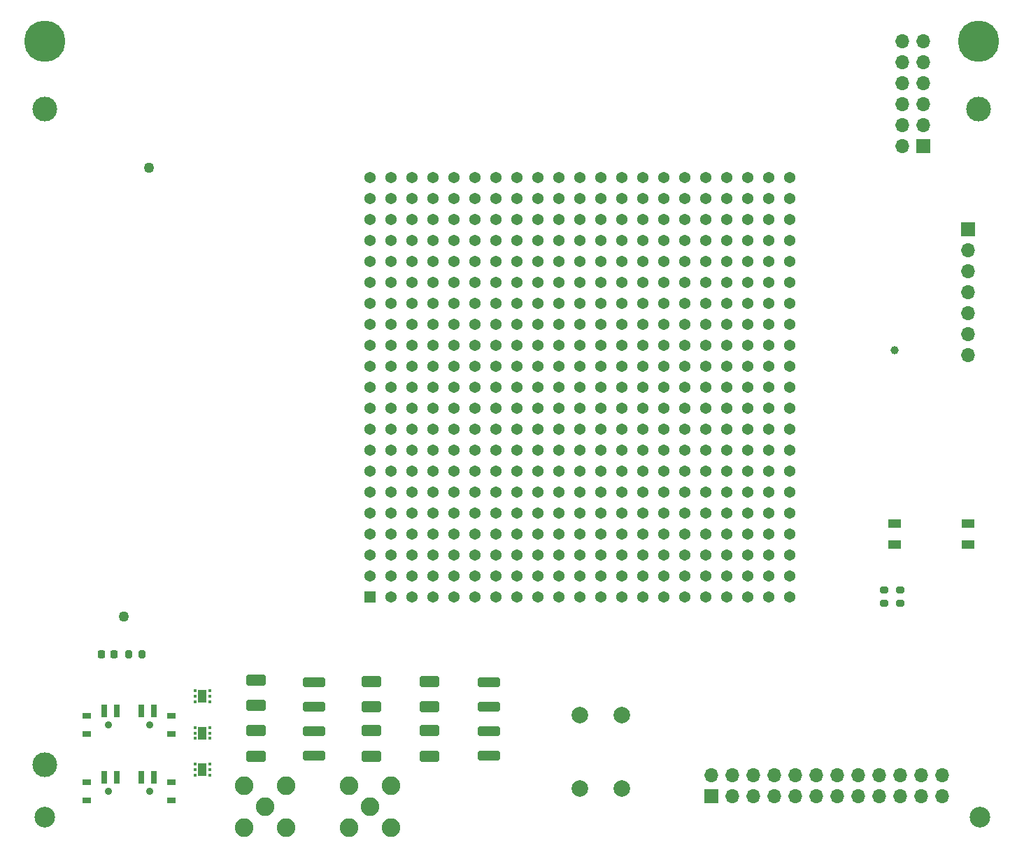
<source format=gbr>
G04 #@! TF.GenerationSoftware,KiCad,Pcbnew,(6.0.9-0)*
G04 #@! TF.CreationDate,2023-01-13T15:28:51-08:00*
G04 #@! TF.ProjectId,ember-pcb,656d6265-722d-4706-9362-2e6b69636164,rev?*
G04 #@! TF.SameCoordinates,Original*
G04 #@! TF.FileFunction,Soldermask,Top*
G04 #@! TF.FilePolarity,Negative*
%FSLAX46Y46*%
G04 Gerber Fmt 4.6, Leading zero omitted, Abs format (unit mm)*
G04 Created by KiCad (PCBNEW (6.0.9-0)) date 2023-01-13 15:28:51*
%MOMM*%
%LPD*%
G01*
G04 APERTURE LIST*
G04 Aperture macros list*
%AMRoundRect*
0 Rectangle with rounded corners*
0 $1 Rounding radius*
0 $2 $3 $4 $5 $6 $7 $8 $9 X,Y pos of 4 corners*
0 Add a 4 corners polygon primitive as box body*
4,1,4,$2,$3,$4,$5,$6,$7,$8,$9,$2,$3,0*
0 Add four circle primitives for the rounded corners*
1,1,$1+$1,$2,$3*
1,1,$1+$1,$4,$5*
1,1,$1+$1,$6,$7*
1,1,$1+$1,$8,$9*
0 Add four rect primitives between the rounded corners*
20,1,$1+$1,$2,$3,$4,$5,0*
20,1,$1+$1,$4,$5,$6,$7,0*
20,1,$1+$1,$6,$7,$8,$9,0*
20,1,$1+$1,$8,$9,$2,$3,0*%
G04 Aperture macros list end*
%ADD10C,2.500000*%
%ADD11RoundRect,0.200000X-0.275000X0.200000X-0.275000X-0.200000X0.275000X-0.200000X0.275000X0.200000X0*%
%ADD12C,3.000000*%
%ADD13R,1.000000X0.800000*%
%ADD14C,0.900000*%
%ADD15R,0.700000X1.500000*%
%ADD16C,1.000000*%
%ADD17C,5.000000*%
%ADD18RoundRect,0.250000X0.925000X-0.412500X0.925000X0.412500X-0.925000X0.412500X-0.925000X-0.412500X0*%
%ADD19R,1.700000X1.700000*%
%ADD20O,1.700000X1.700000*%
%ADD21C,2.000000*%
%ADD22RoundRect,0.250000X-0.925000X0.412500X-0.925000X-0.412500X0.925000X-0.412500X0.925000X0.412500X0*%
%ADD23C,2.250000*%
%ADD24RoundRect,0.200000X-0.200000X-0.275000X0.200000X-0.275000X0.200000X0.275000X-0.200000X0.275000X0*%
%ADD25RoundRect,0.250000X-1.100000X0.325000X-1.100000X-0.325000X1.100000X-0.325000X1.100000X0.325000X0*%
%ADD26RoundRect,0.093750X-0.093750X-0.106250X0.093750X-0.106250X0.093750X0.106250X-0.093750X0.106250X0*%
%ADD27R,1.000000X1.600000*%
%ADD28RoundRect,0.250000X1.100000X-0.325000X1.100000X0.325000X-1.100000X0.325000X-1.100000X-0.325000X0*%
%ADD29RoundRect,0.218750X-0.218750X-0.256250X0.218750X-0.256250X0.218750X0.256250X-0.218750X0.256250X0*%
%ADD30R,1.368000X1.368000*%
%ADD31C,1.368000*%
%ADD32R,1.500000X1.100000*%
%ADD33C,1.270000*%
G04 APERTURE END LIST*
D10*
G04 #@! TO.C,H3*
X185577000Y-144990000D03*
G04 #@! TD*
D11*
G04 #@! TO.C,R2*
X174020000Y-117495000D03*
X174020000Y-119145000D03*
G04 #@! TD*
D12*
G04 #@! TO.C,FID1*
X72420000Y-59265000D03*
G04 #@! TD*
D13*
G04 #@! TO.C,SW3*
X87735000Y-143030000D03*
D14*
X80085000Y-141930000D03*
X85085000Y-141930000D03*
D13*
X77435000Y-143030000D03*
X87735000Y-140820000D03*
X77435000Y-140820000D03*
D15*
X79585000Y-140170000D03*
X81085000Y-140170000D03*
X84085000Y-140170000D03*
X85585000Y-140170000D03*
G04 #@! TD*
D16*
G04 #@! TO.C,TP1*
X175290000Y-88475000D03*
G04 #@! TD*
D17*
G04 #@! TO.C,H1*
X72420000Y-51010000D03*
G04 #@! TD*
D18*
G04 #@! TO.C,C8*
X111940000Y-137632500D03*
X111940000Y-134557500D03*
G04 #@! TD*
D19*
G04 #@! TO.C,J4*
X153060000Y-142455000D03*
D20*
X153060000Y-139915000D03*
X155600000Y-142455000D03*
X155600000Y-139915000D03*
X158140000Y-142455000D03*
X158140000Y-139915000D03*
X160680000Y-142455000D03*
X160680000Y-139915000D03*
X163220000Y-142455000D03*
X163220000Y-139915000D03*
X165760000Y-142455000D03*
X165760000Y-139915000D03*
X168300000Y-142455000D03*
X168300000Y-139915000D03*
X170840000Y-142455000D03*
X170840000Y-139915000D03*
X173380000Y-142455000D03*
X173380000Y-139915000D03*
X175920000Y-142455000D03*
X175920000Y-139915000D03*
X178460000Y-142455000D03*
X178460000Y-139915000D03*
X181000000Y-142455000D03*
X181000000Y-139915000D03*
G04 #@! TD*
D12*
G04 #@! TO.C,FID2*
X185450000Y-59265000D03*
G04 #@! TD*
D21*
G04 #@! TO.C,FB1*
X137165000Y-132710000D03*
X142245000Y-132710000D03*
G04 #@! TD*
D19*
G04 #@! TO.C,J5*
X184180000Y-73865000D03*
D20*
X184180000Y-76405000D03*
X184180000Y-78945000D03*
X184180000Y-81485000D03*
X184180000Y-84025000D03*
X184180000Y-86565000D03*
X184180000Y-89105000D03*
G04 #@! TD*
D21*
G04 #@! TO.C,FB2*
X137165000Y-141600000D03*
X142245000Y-141600000D03*
G04 #@! TD*
D22*
G04 #@! TO.C,C3*
X111940000Y-128612500D03*
X111940000Y-131687500D03*
G04 #@! TD*
D10*
G04 #@! TO.C,H4*
X72420000Y-144990000D03*
G04 #@! TD*
D23*
G04 #@! TO.C,J6*
X99065000Y-143720000D03*
X101605000Y-146260000D03*
X96525000Y-141180000D03*
X96525000Y-146260000D03*
X101605000Y-141180000D03*
G04 #@! TD*
D22*
G04 #@! TO.C,C1*
X97970000Y-128437500D03*
X97970000Y-131512500D03*
G04 #@! TD*
D24*
G04 #@! TO.C,R1*
X82532742Y-125305000D03*
X84182742Y-125305000D03*
G04 #@! TD*
D18*
G04 #@! TO.C,C6*
X97965000Y-137632500D03*
X97965000Y-134557500D03*
G04 #@! TD*
D25*
G04 #@! TO.C,C2*
X104955000Y-128675000D03*
X104955000Y-131625000D03*
G04 #@! TD*
G04 #@! TO.C,C5*
X126140000Y-128675000D03*
X126140000Y-131625000D03*
G04 #@! TD*
D12*
G04 #@! TO.C,FID3*
X72420000Y-138640000D03*
G04 #@! TD*
D22*
G04 #@! TO.C,C4*
X118925000Y-128612500D03*
X118925000Y-131687500D03*
G04 #@! TD*
D18*
G04 #@! TO.C,C9*
X118925000Y-137632500D03*
X118925000Y-134557500D03*
G04 #@! TD*
D26*
G04 #@! TO.C,U4*
X90587500Y-138635000D03*
X90587500Y-139285000D03*
X90587500Y-139935000D03*
X92362500Y-139935000D03*
X92362500Y-139285000D03*
X92362500Y-138635000D03*
D27*
X91475000Y-139285000D03*
G04 #@! TD*
D28*
G04 #@! TO.C,C10*
X126140000Y-137570000D03*
X126140000Y-134620000D03*
G04 #@! TD*
D19*
G04 #@! TO.C,J2*
X178719000Y-63710000D03*
D20*
X176179000Y-63710000D03*
X178719000Y-61170000D03*
X176179000Y-61170000D03*
X178719000Y-58630000D03*
X176179000Y-58630000D03*
X178719000Y-56090000D03*
X176179000Y-56090000D03*
X178719000Y-53550000D03*
X176179000Y-53550000D03*
X178719000Y-51010000D03*
X176179000Y-51010000D03*
G04 #@! TD*
D11*
G04 #@! TO.C,R3*
X175925000Y-117495000D03*
X175925000Y-119145000D03*
G04 #@! TD*
D13*
G04 #@! TO.C,SW1*
X77435000Y-134985000D03*
X77435000Y-132775000D03*
X87735000Y-134985000D03*
D14*
X80085000Y-133885000D03*
X85085000Y-133885000D03*
D13*
X87735000Y-132775000D03*
D15*
X79585000Y-132125000D03*
X81085000Y-132125000D03*
X84085000Y-132125000D03*
X85585000Y-132125000D03*
G04 #@! TD*
D23*
G04 #@! TO.C,J3*
X111765000Y-143720000D03*
X114305000Y-141180000D03*
X114305000Y-146260000D03*
X109225000Y-141180000D03*
X109225000Y-146260000D03*
G04 #@! TD*
D29*
G04 #@! TO.C,D1*
X79205242Y-125305000D03*
X80780242Y-125305000D03*
G04 #@! TD*
D30*
G04 #@! TO.C,U1*
X111790000Y-118320000D03*
D31*
X114330000Y-118320000D03*
X116870000Y-118320000D03*
X119410000Y-118320000D03*
X121950000Y-118320000D03*
X124490000Y-118320000D03*
X127030000Y-118320000D03*
X129570000Y-118320000D03*
X132110000Y-118320000D03*
X134650000Y-118320000D03*
X137190000Y-118320000D03*
X139730000Y-118320000D03*
X142270000Y-118320000D03*
X144810000Y-118320000D03*
X147350000Y-118320000D03*
X149890000Y-118320000D03*
X152430000Y-118320000D03*
X154970000Y-118320000D03*
X157510000Y-118320000D03*
X160050000Y-118320000D03*
X162590000Y-118320000D03*
X111790000Y-115780000D03*
X114330000Y-115780000D03*
X116870000Y-115780000D03*
X119410000Y-115780000D03*
X121950000Y-115780000D03*
X124490000Y-115780000D03*
X127030000Y-115780000D03*
X129570000Y-115780000D03*
X132110000Y-115780000D03*
X134650000Y-115780000D03*
X137190000Y-115780000D03*
X139730000Y-115780000D03*
X142270000Y-115780000D03*
X144810000Y-115780000D03*
X147350000Y-115780000D03*
X149890000Y-115780000D03*
X152430000Y-115780000D03*
X154970000Y-115780000D03*
X157510000Y-115780000D03*
X160050000Y-115780000D03*
X162590000Y-115780000D03*
X111790000Y-113240000D03*
X114330000Y-113240000D03*
X116870000Y-113240000D03*
X119410000Y-113240000D03*
X121950000Y-113240000D03*
X124490000Y-113240000D03*
X127030000Y-113240000D03*
X129570000Y-113240000D03*
X132110000Y-113240000D03*
X134650000Y-113240000D03*
X137190000Y-113240000D03*
X139730000Y-113240000D03*
X142270000Y-113240000D03*
X144810000Y-113240000D03*
X147350000Y-113240000D03*
X149890000Y-113240000D03*
X152430000Y-113240000D03*
X154970000Y-113240000D03*
X157510000Y-113240000D03*
X160050000Y-113240000D03*
X162590000Y-113240000D03*
X111790000Y-110700000D03*
X114330000Y-110700000D03*
X116870000Y-110700000D03*
X119410000Y-110700000D03*
X121950000Y-110700000D03*
X124490000Y-110700000D03*
X127030000Y-110700000D03*
X129570000Y-110700000D03*
X132110000Y-110700000D03*
X134650000Y-110700000D03*
X137190000Y-110700000D03*
X139730000Y-110700000D03*
X142270000Y-110700000D03*
X144810000Y-110700000D03*
X147350000Y-110700000D03*
X149890000Y-110700000D03*
X152430000Y-110700000D03*
X154970000Y-110700000D03*
X157510000Y-110700000D03*
X160050000Y-110700000D03*
X162590000Y-110700000D03*
X111790000Y-108160000D03*
X114330000Y-108160000D03*
X116870000Y-108160000D03*
X119410000Y-108160000D03*
X121950000Y-108160000D03*
X124490000Y-108160000D03*
X127030000Y-108160000D03*
X129570000Y-108160000D03*
X132110000Y-108160000D03*
X134650000Y-108160000D03*
X137190000Y-108160000D03*
X139730000Y-108160000D03*
X142270000Y-108160000D03*
X144810000Y-108160000D03*
X147350000Y-108160000D03*
X149890000Y-108160000D03*
X152430000Y-108160000D03*
X154970000Y-108160000D03*
X157510000Y-108160000D03*
X160050000Y-108160000D03*
X162590000Y-108160000D03*
X111790000Y-105620000D03*
X114330000Y-105620000D03*
X116870000Y-105620000D03*
X119410000Y-105620000D03*
X121950000Y-105620000D03*
X124490000Y-105620000D03*
X127030000Y-105620000D03*
X129570000Y-105620000D03*
X132110000Y-105620000D03*
X134650000Y-105620000D03*
X137190000Y-105620000D03*
X139730000Y-105620000D03*
X142270000Y-105620000D03*
X144810000Y-105620000D03*
X147350000Y-105620000D03*
X149890000Y-105620000D03*
X152430000Y-105620000D03*
X154970000Y-105620000D03*
X157510000Y-105620000D03*
X160050000Y-105620000D03*
X162590000Y-105620000D03*
X111790000Y-103080000D03*
X114330000Y-103080000D03*
X116870000Y-103080000D03*
X119410000Y-103080000D03*
X121950000Y-103080000D03*
X124490000Y-103080000D03*
X127030000Y-103080000D03*
X129570000Y-103080000D03*
X132110000Y-103080000D03*
X134650000Y-103080000D03*
X137190000Y-103080000D03*
X139730000Y-103080000D03*
X142270000Y-103080000D03*
X144810000Y-103080000D03*
X147350000Y-103080000D03*
X149890000Y-103080000D03*
X152430000Y-103080000D03*
X154970000Y-103080000D03*
X157510000Y-103080000D03*
X160050000Y-103080000D03*
X162590000Y-103080000D03*
X111790000Y-100540000D03*
X114330000Y-100540000D03*
X116870000Y-100540000D03*
X119410000Y-100540000D03*
X121950000Y-100540000D03*
X124490000Y-100540000D03*
X127030000Y-100540000D03*
X129570000Y-100540000D03*
X132110000Y-100540000D03*
X134650000Y-100540000D03*
X137190000Y-100540000D03*
X139730000Y-100540000D03*
X142270000Y-100540000D03*
X144810000Y-100540000D03*
X147350000Y-100540000D03*
X149890000Y-100540000D03*
X152430000Y-100540000D03*
X154970000Y-100540000D03*
X157510000Y-100540000D03*
X160050000Y-100540000D03*
X162590000Y-100540000D03*
X111790000Y-98000000D03*
X114330000Y-98000000D03*
X116870000Y-98000000D03*
X119410000Y-98000000D03*
X121950000Y-98000000D03*
X124490000Y-98000000D03*
X127030000Y-98000000D03*
X129570000Y-98000000D03*
X132110000Y-98000000D03*
X134650000Y-98000000D03*
X137190000Y-98000000D03*
X139730000Y-98000000D03*
X142270000Y-98000000D03*
X144810000Y-98000000D03*
X147350000Y-98000000D03*
X149890000Y-98000000D03*
X152430000Y-98000000D03*
X154970000Y-98000000D03*
X157510000Y-98000000D03*
X160050000Y-98000000D03*
X162590000Y-98000000D03*
X111790000Y-95460000D03*
X114330000Y-95460000D03*
X116870000Y-95460000D03*
X119410000Y-95460000D03*
X121950000Y-95460000D03*
X124490000Y-95460000D03*
X127030000Y-95460000D03*
X129570000Y-95460000D03*
X132110000Y-95460000D03*
X134650000Y-95460000D03*
X137190000Y-95460000D03*
X139730000Y-95460000D03*
X142270000Y-95460000D03*
X144810000Y-95460000D03*
X147350000Y-95460000D03*
X149890000Y-95460000D03*
X152430000Y-95460000D03*
X154970000Y-95460000D03*
X157510000Y-95460000D03*
X160050000Y-95460000D03*
X162590000Y-95460000D03*
X111790000Y-92920000D03*
X114330000Y-92920000D03*
X116870000Y-92920000D03*
X119410000Y-92920000D03*
X121950000Y-92920000D03*
X124490000Y-92920000D03*
X127030000Y-92920000D03*
X129570000Y-92920000D03*
X132110000Y-92920000D03*
X134650000Y-92920000D03*
X137190000Y-92920000D03*
X139730000Y-92920000D03*
X142270000Y-92920000D03*
X144810000Y-92920000D03*
X147350000Y-92920000D03*
X149890000Y-92920000D03*
X152430000Y-92920000D03*
X154970000Y-92920000D03*
X157510000Y-92920000D03*
X160050000Y-92920000D03*
X162590000Y-92920000D03*
X111790000Y-90380000D03*
X114330000Y-90380000D03*
X116870000Y-90380000D03*
X119410000Y-90380000D03*
X121950000Y-90380000D03*
X124490000Y-90380000D03*
X127030000Y-90380000D03*
X129570000Y-90380000D03*
X132110000Y-90380000D03*
X134650000Y-90380000D03*
X137190000Y-90380000D03*
X139730000Y-90380000D03*
X142270000Y-90380000D03*
X144810000Y-90380000D03*
X147350000Y-90380000D03*
X149890000Y-90380000D03*
X152430000Y-90380000D03*
X154970000Y-90380000D03*
X157510000Y-90380000D03*
X160050000Y-90380000D03*
X162590000Y-90380000D03*
X111790000Y-87840000D03*
X114330000Y-87840000D03*
X116870000Y-87840000D03*
X119410000Y-87840000D03*
X121950000Y-87840000D03*
X124490000Y-87840000D03*
X127030000Y-87840000D03*
X129570000Y-87840000D03*
X132110000Y-87840000D03*
X134650000Y-87840000D03*
X137190000Y-87840000D03*
X139730000Y-87840000D03*
X142270000Y-87840000D03*
X144810000Y-87840000D03*
X147350000Y-87840000D03*
X149890000Y-87840000D03*
X152430000Y-87840000D03*
X154970000Y-87840000D03*
X157510000Y-87840000D03*
X160050000Y-87840000D03*
X162590000Y-87840000D03*
X111790000Y-85300000D03*
X114330000Y-85300000D03*
X116870000Y-85300000D03*
X119410000Y-85300000D03*
X121950000Y-85300000D03*
X124490000Y-85300000D03*
X127030000Y-85300000D03*
X129570000Y-85300000D03*
X132110000Y-85300000D03*
X134650000Y-85300000D03*
X137190000Y-85300000D03*
X139730000Y-85300000D03*
X142270000Y-85300000D03*
X144810000Y-85300000D03*
X147350000Y-85300000D03*
X149890000Y-85300000D03*
X152430000Y-85300000D03*
X154970000Y-85300000D03*
X157510000Y-85300000D03*
X160050000Y-85300000D03*
X162590000Y-85300000D03*
X111790000Y-82760000D03*
X114330000Y-82760000D03*
X116870000Y-82760000D03*
X119410000Y-82760000D03*
X121950000Y-82760000D03*
X124490000Y-82760000D03*
X127030000Y-82760000D03*
X129570000Y-82760000D03*
X132110000Y-82760000D03*
X134650000Y-82760000D03*
X137190000Y-82760000D03*
X139730000Y-82760000D03*
X142270000Y-82760000D03*
X144810000Y-82760000D03*
X147350000Y-82760000D03*
X149890000Y-82760000D03*
X152430000Y-82760000D03*
X154970000Y-82760000D03*
X157510000Y-82760000D03*
X160050000Y-82760000D03*
X162590000Y-82760000D03*
X111790000Y-80220000D03*
X114330000Y-80220000D03*
X116870000Y-80220000D03*
X119410000Y-80220000D03*
X121950000Y-80220000D03*
X124490000Y-80220000D03*
X127030000Y-80220000D03*
X129570000Y-80220000D03*
X132110000Y-80220000D03*
X134650000Y-80220000D03*
X137190000Y-80220000D03*
X139730000Y-80220000D03*
X142270000Y-80220000D03*
X144810000Y-80220000D03*
X147350000Y-80220000D03*
X149890000Y-80220000D03*
X152430000Y-80220000D03*
X154970000Y-80220000D03*
X157510000Y-80220000D03*
X160050000Y-80220000D03*
X162590000Y-80220000D03*
X111790000Y-77680000D03*
X114330000Y-77680000D03*
X116870000Y-77680000D03*
X119410000Y-77680000D03*
X121950000Y-77680000D03*
X124490000Y-77680000D03*
X127030000Y-77680000D03*
X129570000Y-77680000D03*
X132110000Y-77680000D03*
X134650000Y-77680000D03*
X137190000Y-77680000D03*
X139730000Y-77680000D03*
X142270000Y-77680000D03*
X144810000Y-77680000D03*
X147350000Y-77680000D03*
X149890000Y-77680000D03*
X152430000Y-77680000D03*
X154970000Y-77680000D03*
X157510000Y-77680000D03*
X160050000Y-77680000D03*
X162590000Y-77680000D03*
X111790000Y-75140000D03*
X114330000Y-75140000D03*
X116870000Y-75140000D03*
X119410000Y-75140000D03*
X121950000Y-75140000D03*
X124490000Y-75140000D03*
X127030000Y-75140000D03*
X129570000Y-75140000D03*
X132110000Y-75140000D03*
X134650000Y-75140000D03*
X137190000Y-75140000D03*
X139730000Y-75140000D03*
X142270000Y-75140000D03*
X144810000Y-75140000D03*
X147350000Y-75140000D03*
X149890000Y-75140000D03*
X152430000Y-75140000D03*
X154970000Y-75140000D03*
X157510000Y-75140000D03*
X160050000Y-75140000D03*
X162590000Y-75140000D03*
X111790000Y-72600000D03*
X114330000Y-72600000D03*
X116870000Y-72600000D03*
X119410000Y-72600000D03*
X121950000Y-72600000D03*
X124490000Y-72600000D03*
X127030000Y-72600000D03*
X129570000Y-72600000D03*
X132110000Y-72600000D03*
X134650000Y-72600000D03*
X137190000Y-72600000D03*
X139730000Y-72600000D03*
X142270000Y-72600000D03*
X144810000Y-72600000D03*
X147350000Y-72600000D03*
X149890000Y-72600000D03*
X152430000Y-72600000D03*
X154970000Y-72600000D03*
X157510000Y-72600000D03*
X160050000Y-72600000D03*
X162590000Y-72600000D03*
X111790000Y-70060000D03*
X114330000Y-70060000D03*
X116870000Y-70060000D03*
X119410000Y-70060000D03*
X121950000Y-70060000D03*
X124490000Y-70060000D03*
X127030000Y-70060000D03*
X129570000Y-70060000D03*
X132110000Y-70060000D03*
X134650000Y-70060000D03*
X137190000Y-70060000D03*
X139730000Y-70060000D03*
X142270000Y-70060000D03*
X144810000Y-70060000D03*
X147350000Y-70060000D03*
X149890000Y-70060000D03*
X152430000Y-70060000D03*
X154970000Y-70060000D03*
X157510000Y-70060000D03*
X160050000Y-70060000D03*
X162590000Y-70060000D03*
X111790000Y-67520000D03*
X114330000Y-67520000D03*
X116870000Y-67520000D03*
X119410000Y-67520000D03*
X121950000Y-67520000D03*
X124490000Y-67520000D03*
X127030000Y-67520000D03*
X129570000Y-67520000D03*
X132110000Y-67520000D03*
X134650000Y-67520000D03*
X137190000Y-67520000D03*
X139730000Y-67520000D03*
X142270000Y-67520000D03*
X144810000Y-67520000D03*
X147350000Y-67520000D03*
X149890000Y-67520000D03*
X152430000Y-67520000D03*
X154970000Y-67520000D03*
X157510000Y-67520000D03*
X160050000Y-67520000D03*
X162590000Y-67520000D03*
G04 #@! TD*
D26*
G04 #@! TO.C,U2*
X90587500Y-129745000D03*
X90587500Y-130395000D03*
X90587500Y-131045000D03*
X92362500Y-131045000D03*
X92362500Y-130395000D03*
X92362500Y-129745000D03*
D27*
X91475000Y-130395000D03*
G04 #@! TD*
D32*
G04 #@! TO.C,SW2*
X175285000Y-109430000D03*
X175285000Y-111970000D03*
X184185000Y-111970000D03*
X184185000Y-109430000D03*
G04 #@! TD*
D28*
G04 #@! TO.C,C7*
X104955000Y-137570000D03*
X104955000Y-134620000D03*
G04 #@! TD*
D17*
G04 #@! TO.C,H2*
X185450000Y-51010000D03*
G04 #@! TD*
D26*
G04 #@! TO.C,U3*
X90587500Y-134190000D03*
X90587500Y-134840000D03*
X90587500Y-135490000D03*
X92362500Y-135490000D03*
X92362500Y-134840000D03*
X92362500Y-134190000D03*
D27*
X91475000Y-134840000D03*
G04 #@! TD*
D33*
G04 #@! TO.C,J1*
X81945000Y-120745000D03*
X84995000Y-66365000D03*
G04 #@! TD*
M02*

</source>
